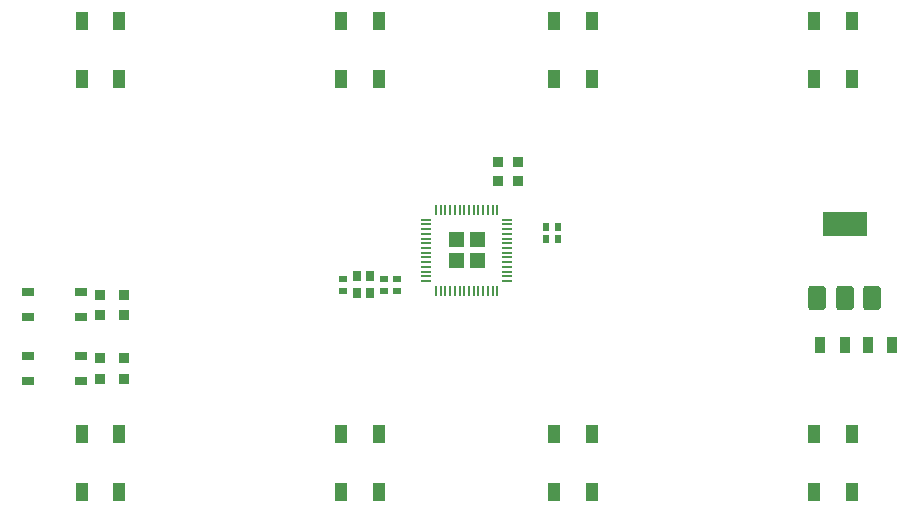
<source format=gtp>
G04*
G04 #@! TF.GenerationSoftware,Altium Limited,Altium Designer,23.4.1 (23)*
G04*
G04 Layer_Color=8421504*
%FSLAX44Y44*%
%MOMM*%
G71*
G04*
G04 #@! TF.SameCoordinates,68BC9408-1245-4EE3-B557-EFF58EF5A4C6*
G04*
G04*
G04 #@! TF.FilePolarity,Positive*
G04*
G01*
G75*
G04:AMPARAMS|DCode=30|XSize=0.9mm|YSize=0.8mm|CornerRadius=0.06mm|HoleSize=0mm|Usage=FLASHONLY|Rotation=270.000|XOffset=0mm|YOffset=0mm|HoleType=Round|Shape=RoundedRectangle|*
%AMROUNDEDRECTD30*
21,1,0.9000,0.6800,0,0,270.0*
21,1,0.7800,0.8000,0,0,270.0*
1,1,0.1200,-0.3400,-0.3900*
1,1,0.1200,-0.3400,0.3900*
1,1,0.1200,0.3400,0.3900*
1,1,0.1200,0.3400,-0.3900*
%
%ADD30ROUNDEDRECTD30*%
G04:AMPARAMS|DCode=31|XSize=1.5mm|YSize=2mm|CornerRadius=0.1875mm|HoleSize=0mm|Usage=FLASHONLY|Rotation=0.000|XOffset=0mm|YOffset=0mm|HoleType=Round|Shape=RoundedRectangle|*
%AMROUNDEDRECTD31*
21,1,1.5000,1.6250,0,0,0.0*
21,1,1.1250,2.0000,0,0,0.0*
1,1,0.3750,0.5625,-0.8125*
1,1,0.3750,-0.5625,-0.8125*
1,1,0.3750,-0.5625,0.8125*
1,1,0.3750,0.5625,0.8125*
%
%ADD31ROUNDEDRECTD31*%
G04:AMPARAMS|DCode=32|XSize=3.8mm|YSize=2mm|CornerRadius=0.05mm|HoleSize=0mm|Usage=FLASHONLY|Rotation=0.000|XOffset=0mm|YOffset=0mm|HoleType=Round|Shape=RoundedRectangle|*
%AMROUNDEDRECTD32*
21,1,3.8000,1.9000,0,0,0.0*
21,1,3.7000,2.0000,0,0,0.0*
1,1,0.1000,1.8500,-0.9500*
1,1,0.1000,-1.8500,-0.9500*
1,1,0.1000,-1.8500,0.9500*
1,1,0.1000,1.8500,0.9500*
%
%ADD32ROUNDEDRECTD32*%
G04:AMPARAMS|DCode=33|XSize=0.9mm|YSize=1.4mm|CornerRadius=0.0675mm|HoleSize=0mm|Usage=FLASHONLY|Rotation=0.000|XOffset=0mm|YOffset=0mm|HoleType=Round|Shape=RoundedRectangle|*
%AMROUNDEDRECTD33*
21,1,0.9000,1.2650,0,0,0.0*
21,1,0.7650,1.4000,0,0,0.0*
1,1,0.1350,0.3825,-0.6325*
1,1,0.1350,-0.3825,-0.6325*
1,1,0.1350,-0.3825,0.6325*
1,1,0.1350,0.3825,0.6325*
%
%ADD33ROUNDEDRECTD33*%
%ADD34R,0.8000X0.9000*%
G04:AMPARAMS|DCode=35|XSize=0.5mm|YSize=0.6mm|CornerRadius=0.0375mm|HoleSize=0mm|Usage=FLASHONLY|Rotation=270.000|XOffset=0mm|YOffset=0mm|HoleType=Round|Shape=RoundedRectangle|*
%AMROUNDEDRECTD35*
21,1,0.5000,0.5250,0,0,270.0*
21,1,0.4250,0.6000,0,0,270.0*
1,1,0.0750,-0.2625,-0.2125*
1,1,0.0750,-0.2625,0.2125*
1,1,0.0750,0.2625,0.2125*
1,1,0.0750,0.2625,-0.2125*
%
%ADD35ROUNDEDRECTD35*%
G04:AMPARAMS|DCode=36|XSize=0.81mm|YSize=0.22mm|CornerRadius=0.0275mm|HoleSize=0mm|Usage=FLASHONLY|Rotation=90.000|XOffset=0mm|YOffset=0mm|HoleType=Round|Shape=RoundedRectangle|*
%AMROUNDEDRECTD36*
21,1,0.8100,0.1650,0,0,90.0*
21,1,0.7550,0.2200,0,0,90.0*
1,1,0.0550,0.0825,0.3775*
1,1,0.0550,0.0825,-0.3775*
1,1,0.0550,-0.0825,-0.3775*
1,1,0.0550,-0.0825,0.3775*
%
%ADD36ROUNDEDRECTD36*%
G04:AMPARAMS|DCode=37|XSize=0.22mm|YSize=0.81mm|CornerRadius=0.0275mm|HoleSize=0mm|Usage=FLASHONLY|Rotation=90.000|XOffset=0mm|YOffset=0mm|HoleType=Round|Shape=RoundedRectangle|*
%AMROUNDEDRECTD37*
21,1,0.2200,0.7550,0,0,90.0*
21,1,0.1650,0.8100,0,0,90.0*
1,1,0.0550,0.3775,0.0825*
1,1,0.0550,0.3775,-0.0825*
1,1,0.0550,-0.3775,-0.0825*
1,1,0.0550,-0.3775,0.0825*
%
%ADD37ROUNDEDRECTD37*%
%ADD38R,0.9906X0.7112*%
%ADD39R,1.0000X1.5000*%
G04:AMPARAMS|DCode=40|XSize=0.9mm|YSize=0.8mm|CornerRadius=0.06mm|HoleSize=0mm|Usage=FLASHONLY|Rotation=180.000|XOffset=0mm|YOffset=0mm|HoleType=Round|Shape=RoundedRectangle|*
%AMROUNDEDRECTD40*
21,1,0.9000,0.6800,0,0,180.0*
21,1,0.7800,0.8000,0,0,180.0*
1,1,0.1200,-0.3900,0.3400*
1,1,0.1200,0.3900,0.3400*
1,1,0.1200,0.3900,-0.3400*
1,1,0.1200,-0.3900,-0.3400*
%
%ADD40ROUNDEDRECTD40*%
G04:AMPARAMS|DCode=41|XSize=0.5mm|YSize=0.6mm|CornerRadius=0.0375mm|HoleSize=0mm|Usage=FLASHONLY|Rotation=0.000|XOffset=0mm|YOffset=0mm|HoleType=Round|Shape=RoundedRectangle|*
%AMROUNDEDRECTD41*
21,1,0.5000,0.5250,0,0,0.0*
21,1,0.4250,0.6000,0,0,0.0*
1,1,0.0750,0.2125,-0.2625*
1,1,0.0750,-0.2125,-0.2625*
1,1,0.0750,-0.2125,0.2625*
1,1,0.0750,0.2125,0.2625*
%
%ADD41ROUNDEDRECTD41*%
G36*
X297550Y267550D02*
Y254850D01*
X284850D01*
Y267550D01*
X297550D01*
D02*
G37*
G36*
Y285150D02*
Y272450D01*
X284850D01*
Y285150D01*
X297550D01*
D02*
G37*
G36*
X315150Y267550D02*
Y254850D01*
X302450D01*
Y267550D01*
X315150D01*
D02*
G37*
G36*
Y285150D02*
Y272450D01*
X302450D01*
Y285150D01*
X315150D01*
D02*
G37*
D30*
X-10000Y178500D02*
D03*
Y161500D02*
D03*
X10000Y178500D02*
D03*
Y161500D02*
D03*
X-10000Y232500D02*
D03*
Y215500D02*
D03*
X10000Y232500D02*
D03*
Y215500D02*
D03*
D31*
X643000Y230000D02*
D03*
X597000D02*
D03*
X620000D02*
D03*
D32*
Y292000D02*
D03*
D33*
X599500Y190000D02*
D03*
X620500D02*
D03*
X660500Y190000D02*
D03*
X639500D02*
D03*
D34*
X218000Y248000D02*
D03*
Y234000D02*
D03*
X207000Y248000D02*
D03*
Y234000D02*
D03*
D35*
X230000Y246000D02*
D03*
Y236000D02*
D03*
X195000D02*
D03*
Y246000D02*
D03*
X241000Y236000D02*
D03*
Y246000D02*
D03*
D36*
X274000Y304450D02*
D03*
X278000D02*
D03*
X282000D02*
D03*
X286000D02*
D03*
X290000D02*
D03*
X294000D02*
D03*
X298000D02*
D03*
X302000D02*
D03*
X306000D02*
D03*
X310000D02*
D03*
X314000D02*
D03*
X318000D02*
D03*
X322000D02*
D03*
X326000D02*
D03*
Y235550D02*
D03*
X322000D02*
D03*
X318000D02*
D03*
X314000D02*
D03*
X310000D02*
D03*
X306000D02*
D03*
X302000D02*
D03*
X298000D02*
D03*
X294000D02*
D03*
X290000D02*
D03*
X286000D02*
D03*
X282000D02*
D03*
X278000D02*
D03*
X274000D02*
D03*
D37*
X265550Y244000D02*
D03*
Y248000D02*
D03*
Y252000D02*
D03*
Y256000D02*
D03*
Y260000D02*
D03*
Y264000D02*
D03*
Y268000D02*
D03*
Y272000D02*
D03*
Y276000D02*
D03*
Y280000D02*
D03*
Y284000D02*
D03*
Y288000D02*
D03*
Y292000D02*
D03*
Y296000D02*
D03*
X334450D02*
D03*
Y292000D02*
D03*
Y288000D02*
D03*
Y284000D02*
D03*
Y280000D02*
D03*
Y276000D02*
D03*
Y272000D02*
D03*
Y268000D02*
D03*
Y264000D02*
D03*
Y260000D02*
D03*
Y256000D02*
D03*
Y252000D02*
D03*
Y248000D02*
D03*
Y244000D02*
D03*
D38*
X-71501Y234754D02*
D03*
X-26501D02*
D03*
X-71501Y213254D02*
D03*
X-26501D02*
D03*
X-71501Y180755D02*
D03*
X-26501D02*
D03*
X-71501Y159255D02*
D03*
X-26501D02*
D03*
D39*
X6000Y114500D02*
D03*
Y65500D02*
D03*
X-26000Y114500D02*
D03*
Y65500D02*
D03*
X226000Y114500D02*
D03*
Y65500D02*
D03*
X194000Y114500D02*
D03*
Y65500D02*
D03*
X406000Y114500D02*
D03*
Y65500D02*
D03*
X374000Y114500D02*
D03*
Y65500D02*
D03*
X626000Y114500D02*
D03*
Y65500D02*
D03*
X594000Y114500D02*
D03*
Y65500D02*
D03*
Y415500D02*
D03*
Y464500D02*
D03*
X626000Y415500D02*
D03*
Y464500D02*
D03*
X406000D02*
D03*
Y415500D02*
D03*
X374000Y464500D02*
D03*
Y415500D02*
D03*
X194000D02*
D03*
Y464500D02*
D03*
X226000Y415500D02*
D03*
Y464500D02*
D03*
X6000D02*
D03*
Y415500D02*
D03*
X-26000Y464500D02*
D03*
Y415500D02*
D03*
D40*
X343500Y345000D02*
D03*
X326500D02*
D03*
X343500Y329000D02*
D03*
X326500D02*
D03*
D41*
X367000Y290000D02*
D03*
X377000D02*
D03*
X367000Y280000D02*
D03*
X377000D02*
D03*
M02*

</source>
